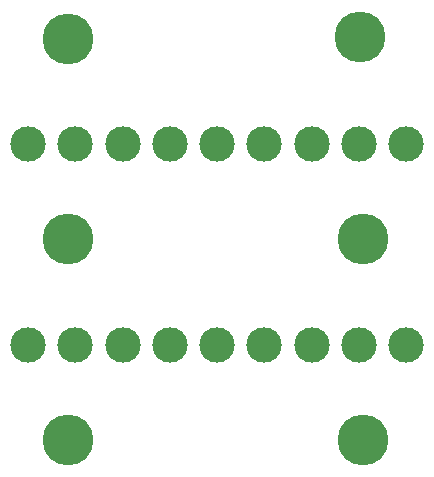
<source format=gbs>
G75*
%MOIN*%
%OFA0B0*%
%FSLAX24Y24*%
%IPPOS*%
%LPD*%
%AMOC8*
5,1,8,0,0,1.08239X$1,22.5*
%
%ADD10C,0.1694*%
%ADD11C,0.1182*%
D10*
X002819Y003214D03*
X002819Y009907D03*
X002819Y016600D03*
X012559Y016671D03*
X012661Y009907D03*
X012661Y003214D03*
D11*
X012524Y006399D03*
X014098Y006399D03*
X010949Y006399D03*
X009374Y006399D03*
X007799Y006399D03*
X006224Y006399D03*
X004650Y006399D03*
X003075Y006399D03*
X001500Y006399D03*
X001500Y013092D03*
X003075Y013092D03*
X004650Y013092D03*
X006224Y013092D03*
X007799Y013092D03*
X009374Y013092D03*
X010949Y013092D03*
X012524Y013092D03*
X014098Y013092D03*
M02*

</source>
